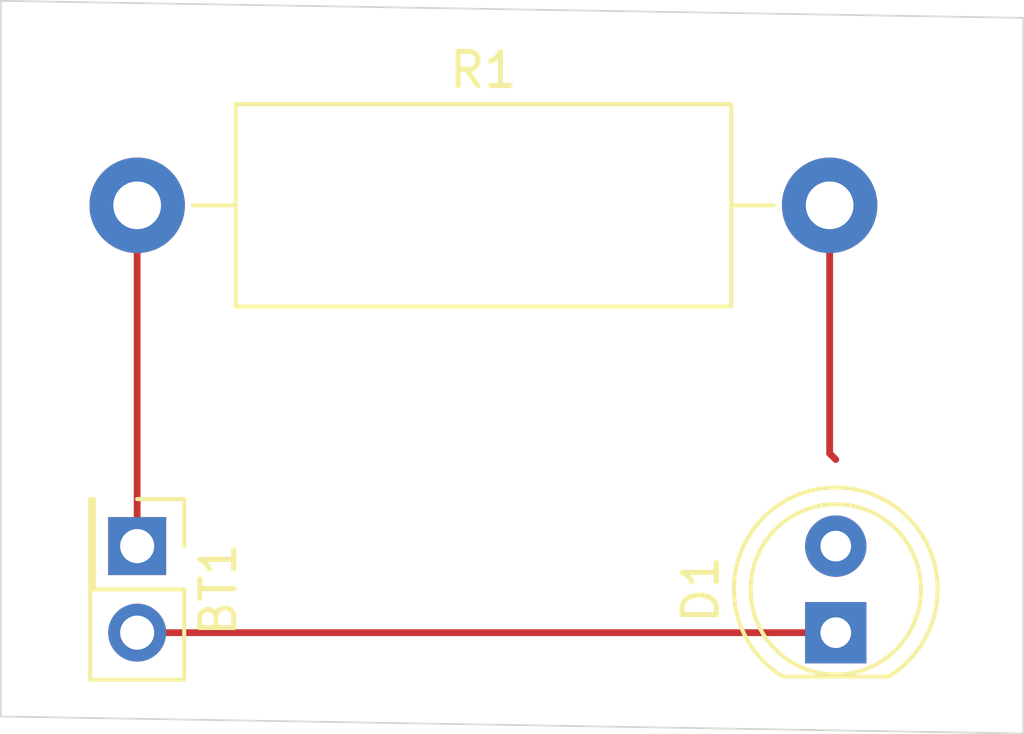
<source format=kicad_pcb>
(kicad_pcb (version 20241229) (generator "pcbnew") (generator_version "9.0")
  (layers (0 "F.Cu" signal) (2 "B.Cu" signal) (13 "F.Paste" user) (15 "B.Paste" user) (5 "F.SilkS" user "F.Silkscreen") (7 "B.SilkS" user "B.Silkscreen") (1 "F.Mask" user) (3 "B.Mask" user) (25 "Edge.Cuts" user))
  (net 0 "")
  (net 1 "Net-(BT1-+)")
  (net 2 "Net-(D1-A)")
  (net 3 "Net-(BT1--)")
  (footprint "Connector_PinHeader_2.54mm:PinHeader_2x01_P2.54mm_Vertical" (layer "F.Cu") (at 119 89 -90)
    (property "Reference" "BT1" (at 1.27 -2.38 90) (layer "F.SilkS"))
    (property "Value" "9V")
    (fp_line (start -1.38 1.38) (end 3.92 1.38) (stroke (width 0.12)) (layer "F.SilkS"))
    (fp_line (start -1.38 1.27) (end -1.38 1.38) (stroke (width 0.12)) (layer "F.SilkS"))
    (fp_line (start -1.38 1.27) (end 1.27 1.27) (stroke (width 0.12)) (layer "F.SilkS"))
    (fp_line (start 1.27 1.27) (end 1.27 -1.38) (stroke (width 0.12)) (layer "F.SilkS"))
    (fp_line (start -1.38 0) (end -1.38 -1.38) (stroke (width 0.12)) (layer "F.SilkS"))
    (fp_line (start -1.38 -1.38) (end 0 -1.38) (stroke (width 0.12)) (layer "F.SilkS"))
    (fp_line (start 1.27 -1.38) (end 3.92 -1.38) (stroke (width 0.12)) (layer "F.SilkS"))
    (fp_line (start 3.92 -1.38) (end 3.92 1.38) (stroke (width 0.12)) (layer "F.SilkS"))
    (pad "1" thru_hole rect (at 0 0 270) (size 1.7 1.7) (drill 1) (layers "*.Cu" "*.Mask") (net 1 "Net-(BT1-+)"))
    (pad "2" thru_hole circle (at 2.54 0 270) (size 1.7 1.7) (drill 1) (layers "*.Cu" "*.Mask") (net 3 "Net-(BT1--)"))
  )
  (footprint "LED_THT:LED_D5.0mm" (layer "F.Cu") (at 139.5 91.54 90)
    (property "Reference" "D1" (at 1.27 -3.96 90) (layer "F.SilkS"))
    (property "Value" "LED")
    (fp_line (start -1.29 -1.545) (end -1.29 1.545) (stroke (width 0.12)) (layer "F.SilkS"))
    (fp_arc (start -1.29 -1.54483) (mid 2.071756 -2.880501) (end 4.26 -0.000048) (stroke (width 0.12)) (layer "F.SilkS"))
    (fp_arc (start 4.26 0.000048) (mid 2.071756 2.880501) (end -1.29 1.54483) (stroke (width 0.12)) (layer "F.SilkS"))
    (fp_circle (center 1.27 0) (end 3.77 0) (stroke (width 0.12)) (fill no) (layer "F.SilkS"))
    (pad "1" thru_hole rect (at 0 0 90) (size 1.8 1.8) (drill 0.9) (layers "*.Cu" "*.Mask") (net 3 "Net-(BT1--)"))
    (pad "2" thru_hole circle (at 2.54 0 90) (size 1.8 1.8) (drill 0.9) (layers "*.Cu" "*.Mask") (net 2 "Net-(D1-A)"))
  )
  (footprint "Resistor_THT:R_Axial_DIN0614_L14.3mm_D5.7mm_P20.32mm_Horizontal" (layer "F.Cu") (at 119 79)
    (property "Reference" "R1" (at 10.16 -3.97 0) (layer "F.SilkS"))
    (property "Value" "470")
    (fp_line (start 1.64 0) (end 2.89 0) (stroke (width 0.12)) (layer "F.SilkS"))
    (fp_line (start 2.89 -2.97) (end 2.89 2.97) (stroke (width 0.12)) (layer "F.SilkS"))
    (fp_line (start 2.89 2.97) (end 17.43 2.97) (stroke (width 0.12)) (layer "F.SilkS"))
    (fp_line (start 17.43 -2.97) (end 2.89 -2.97) (stroke (width 0.12)) (layer "F.SilkS"))
    (fp_line (start 17.43 2.97) (end 17.43 -2.97) (stroke (width 0.12)) (layer "F.SilkS"))
    (fp_line (start 18.68 0) (end 17.43 0) (stroke (width 0.12)) (layer "F.SilkS"))
    (pad "1" thru_hole circle (at 0 0) (size 2.8 2.8) (drill 1.4) (layers "*.Cu" "*.Mask") (net 1 "Net-(BT1-+)"))
    (pad "2" thru_hole oval (at 20.32 0) (size 2.8 2.8) (drill 1.4) (layers "*.Cu" "*.Mask") (net 2 "Net-(D1-A)"))
  )
  (gr_poly (pts (xy 145 73.5) (xy 145 94.5) (xy 115 94) (xy 115 73)) (stroke (width 0.05)) (fill no) (layer "Edge.Cuts"))
  (segment (start 119 89) (end 119 79) (width 0.2) (layer "F.Cu") (net 1))
  (segment (start 139.32 79) (end 139.32 86.28) (width 0.2) (layer "F.Cu") (net 2))
  (segment (start 139.32 86.28) (end 139.5 86.46) (width 0.2) (layer "F.Cu") (net 2))
  (segment (start 119 91.54) (end 139.5 91.54) (width 0.2) (layer "F.Cu") (net 3))
)
</source>
